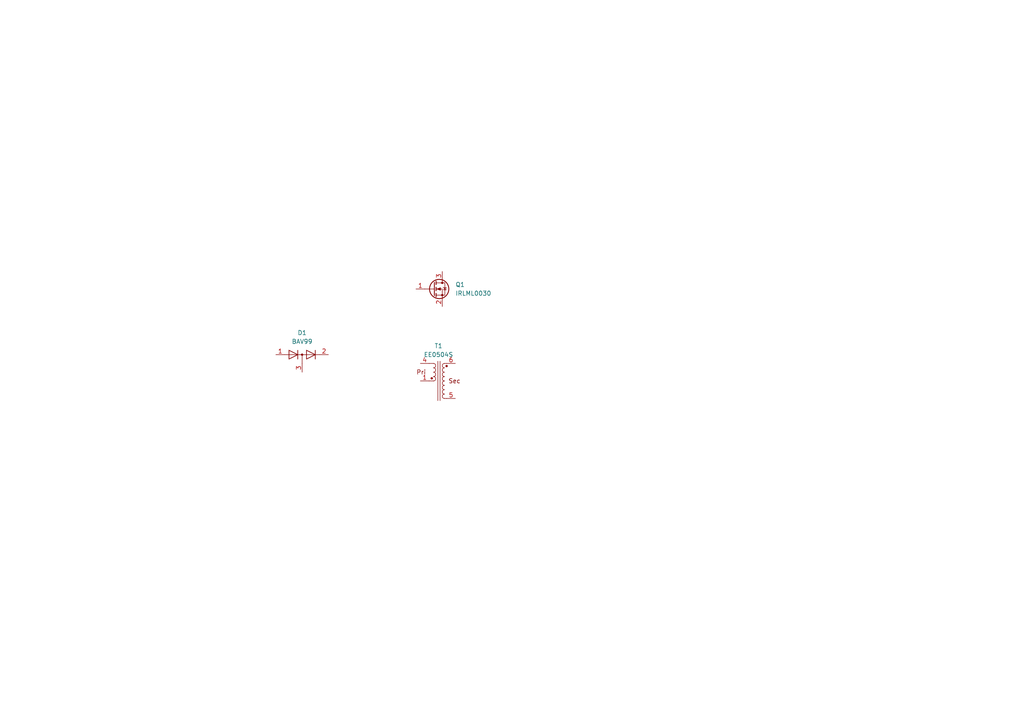
<source format=kicad_sch>
(kicad_sch (version 20231120) (generator "eeschema") (generator_version "8.0")
  (paper "A4")
  (lib_symbols
    (symbol "Diode:BAV99" (pin_names hide)
      (property "Reference" "D" (at 0 5.08 0))
      (property "Value" "BAV99" (at 0 2.54 0))
      (symbol "BAV99_0_1"
        (polyline (pts (xy -5.08 0) (xy 5.08 0)))
      )
      (symbol "BAV99_1_1"
        (polyline (pts (xy 0 0) (xy 0 -2.54)))
        (polyline (pts (xy -1.27 -1.27) (xy -1.27 1.27) (xy -1.27 1.27)) (stroke (width 0.2032)))
        (polyline (pts (xy 3.81 1.27) (xy 3.81 -1.27) (xy 3.81 -1.27)) (stroke (width 0.2032)))
        (polyline (pts (xy -3.81 1.27) (xy -1.27 0) (xy -3.81 -1.27) (xy -3.81 1.27) (xy -3.81 1.27) (xy -3.81 1.27)) (stroke (width 0.2032)))
        (polyline (pts (xy 1.27 1.27) (xy 3.81 0) (xy 1.27 -1.27) (xy 1.27 1.27) (xy 1.27 1.27) (xy 1.27 1.27)) (stroke (width 0.2032)))
        (circle (center 0 0) (radius 0.254) (fill (type outline)))
        (pin passive line (at -7.62 0 0) (length 2.54) (name "K") (number "1"))
        (pin passive line (at 7.62 0 180) (length 2.54) (name "A") (number "2"))
        (pin passive line (at 0 -5.08 90) (length 2.54) (name "K") (number "3"))
      )
    )
    (symbol "Flyback_Trafos:EE0504S"
      (property "Reference" "T" (at 0 7.112 0))
      (property "Value" "EE0504S" (at 0.254 -8.128 0))
      (symbol "EE0504S_0_1"
        (circle (center -1.778 0.762) (radius 0.254) (fill (type outline)))
        (arc (start -1.27 0) (mid -0.635 0.635) (end -1.27 1.27))
        (arc (start -1.27 1.27) (mid -0.635 1.905) (end -1.27 2.54))
        (arc (start -1.27 2.54) (mid -0.635 3.175) (end -1.27 3.81))
        (arc (start -1.27 3.81) (mid -0.635 4.445) (end -1.27 5.08))
        (polyline (pts (xy -2.54 0) (xy -1.27 0)))
        (polyline (pts (xy -2.54 5.08) (xy -1.27 5.08)))
        (polyline (pts (xy 0 5.715) (xy 0 -5.715)))
        (polyline (pts (xy 0.635 5.715) (xy 0.635 -5.715)))
        (polyline (pts (xy 2.54 -5.08) (xy 1.905 -5.08)))
        (polyline (pts (xy 2.54 5.08) (xy 1.905 5.08)))
        (arc (start 1.905 -3.81) (mid 1.27 -4.445) (end 1.905 -5.08))
        (arc (start 1.905 -2.54) (mid 1.27 -3.175) (end 1.905 -3.81))
        (arc (start 1.905 -1.27) (mid 1.27 -1.905) (end 1.905 -2.54))
        (arc (start 1.905 0) (mid 1.27 -0.635) (end 1.905 -1.27))
        (arc (start 1.905 1.27) (mid 1.27 0.635) (end 1.905 0))
        (arc (start 1.905 2.54) (mid 1.27 1.905) (end 1.905 1.27))
        (arc (start 1.905 3.81) (mid 1.27 3.175) (end 1.905 2.54))
        (arc (start 1.905 5.08) (mid 1.27 4.445) (end 1.905 3.81))
        (circle (center 2.54 4.318) (radius 0.254) (fill (type outline)))
      )
      (symbol "EE0504S_1_1"
        (text "Pri" (at -4.826 2.54 0) (effects (font (size 1.27 1.27))))
        (text "Sec" (at 4.826 0 0) (effects (font (size 1.27 1.27))))
        (pin passive line (at -5.08 0 0) (length 2.54) (name "") (number "1"))
        (pin no_connect line (at 16.51 5.08 180) (length 2.54) hide (name "") (number "2"))
        (pin no_connect line (at 16.51 1.27 180) (length 2.54) hide (name "") (number "3"))
        (pin passive line (at -5.08 5.08 0) (length 2.54) (name "") (number "4"))
        (pin passive line (at 5.08 -5.08 180) (length 2.54) (name "") (number "5"))
        (pin passive line (at 5.08 5.08 180) (length 2.54) (name "") (number "6"))
      )
    )
    (symbol "Transistor_FET:IRLML0030" (pin_names hide)
      (property "Reference" "Q" (at 5.08 1.905 0))
      (property "Value" "IRLML0030" (at 5.08 0 0))
      (symbol "IRLML0030_0_1"
        (polyline (pts (xy 0.254 0) (xy -2.54 0)))
        (polyline (pts (xy 0.254 1.905) (xy 0.254 -1.905)) (stroke (width 0.254)))
        (polyline (pts (xy 0.762 -1.27) (xy 0.762 -2.286)) (stroke (width 0.254)))
        (polyline (pts (xy 0.762 0.508) (xy 0.762 -0.508)) (stroke (width 0.254)))
        (polyline (pts (xy 0.762 2.286) (xy 0.762 1.27)) (stroke (width 0.254)))
        (polyline (pts (xy 2.54 2.54) (xy 2.54 1.778)))
        (polyline (pts (xy 2.54 -2.54) (xy 2.54 0) (xy 0.762 0)))
        (polyline (pts (xy 0.762 -1.778) (xy 3.302 -1.778) (xy 3.302 1.778) (xy 0.762 1.778)))
        (polyline (pts (xy 1.016 0) (xy 2.032 0.381) (xy 2.032 -0.381) (xy 1.016 0)) (fill (type outline)))
        (polyline (pts (xy 2.794 0.508) (xy 2.921 0.381) (xy 3.683 0.381) (xy 3.81 0.254)))
        (polyline (pts (xy 3.302 0.381) (xy 2.921 -0.254) (xy 3.683 -0.254) (xy 3.302 0.381)))
        (circle (center 1.651 0) (radius 2.794) (stroke (width 0.254)))
        (circle (center 2.54 -1.778) (radius 0.254) (fill (type outline)))
        (circle (center 2.54 1.778) (radius 0.254) (fill (type outline)))
      )
      (symbol "IRLML0030_1_1"
        (pin input line (at -5.08 0 0) (length 2.54) (name "G") (number "1"))
        (pin passive line (at 2.54 -5.08 90) (length 2.54) (name "S") (number "2"))
        (pin passive line (at 2.54 5.08 270) (length 2.54) (name "D") (number "3"))
      )
    )
  )
  (symbol (lib_id "Diode:BAV99") (at 87.63 102.87 0) (unit 1)
    (property "Reference" "D1" (at 87.63 96.52 0))
    (property "Value" "BAV99" (at 87.63 99.06 0))
    (property "Footprint" "Package_TO_SOT_SMD:SOT-23" (effects (hide yes)))
    (property "Datasheet" "https://assets.nexperia.com/documents/data-sheet/BAV99_SER.pdf" (effects (hide yes)))
    (property "Description" "BAV99 High-speed switching diodes, SOT-23" (effects (hide yes)))
  )
  (symbol (lib_id "Transistor_FET:IRLML0030") (at 125.73 83.82 0) (unit 1)
    (property "Reference" "Q1" (at 132.08 82.5499 0) (effects (justify left)))
    (property "Value" "IRLML0030" (at 132.08 85.0899 0) (effects (justify left)))
    (property "Footprint" "Package_TO_SOT_SMD:SOT-23" (effects (hide yes)))
    (property "Datasheet" "https://www.infineon.com/dgdl/irlml0030pbf.pdf?fileId=5546d462533600a401535664773825df" (effects (hide yes)))
    (property "Description" "5.3A Id, 30V Vds, 27mOhm Rds, N-Channel HEXFET Power MOSFET, SOT-23" (effects (hide yes)))
  )
  (symbol (lib_id "Flyback_Trafos:EE0504S") (at 127 110.49 0) (unit 1)
    (property "Reference" "T1" (at 127.1814 100.33 0))
    (property "Value" "EE0504S" (at 127.1814 102.87 0))
    (property "Footprint" "Flyback_Trafos:EE0504S" (effects (hide yes)))
    (property "Description" "EE0504S 1:10 Flyback Transformer" (effects (hide yes)))
  )
)
</source>
